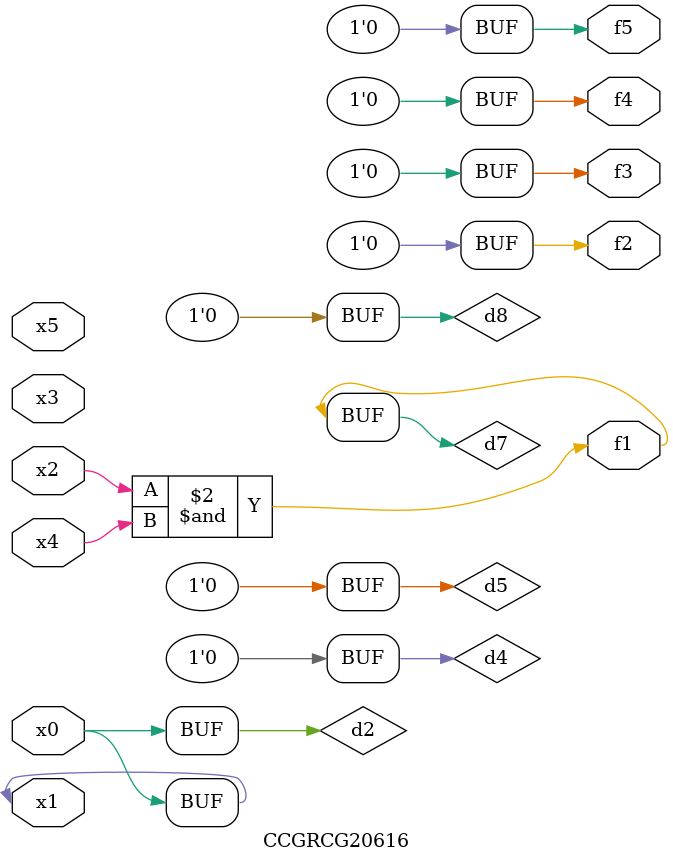
<source format=v>
module CCGRCG20616(
	input x0, x1, x2, x3, x4, x5,
	output f1, f2, f3, f4, f5
);

	wire d1, d2, d3, d4, d5, d6, d7, d8, d9;

	nand (d1, x1);
	buf (d2, x0, x1);
	nand (d3, x2, x4);
	and (d4, d1, d2);
	and (d5, d1, d2);
	nand (d6, d1, d3);
	not (d7, d3);
	xor (d8, d5);
	nor (d9, d5, d6);
	assign f1 = d7;
	assign f2 = d8;
	assign f3 = d8;
	assign f4 = d8;
	assign f5 = d8;
endmodule

</source>
